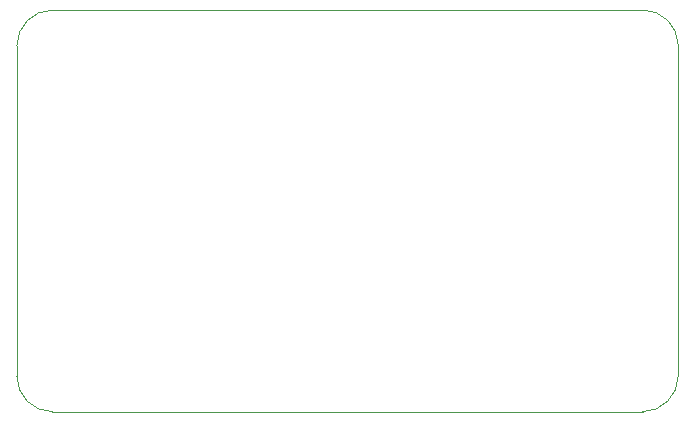
<source format=gm1>
%TF.GenerationSoftware,KiCad,Pcbnew,(5.1.4-0-10_14)*%
%TF.CreationDate,2021-01-25T16:41:12+01:00*%
%TF.ProjectId,DAUGHTER_ALLin,44415547-4854-4455-925f-414c4c696e2e,rev?*%
%TF.SameCoordinates,Original*%
%TF.FileFunction,Profile,NP*%
%FSLAX46Y46*%
G04 Gerber Fmt 4.6, Leading zero omitted, Abs format (unit mm)*
G04 Created by KiCad (PCBNEW (5.1.4-0-10_14)) date 2021-01-25 16:41:12*
%MOMM*%
%LPD*%
G04 APERTURE LIST*
%ADD10C,0.050000*%
G04 APERTURE END LIST*
D10*
X125883072Y-122878882D02*
X75898000Y-122881700D01*
X125893544Y-88878864D02*
X75898000Y-88881700D01*
X128893526Y-91868392D02*
X128883072Y-119878882D01*
X125883072Y-122878882D02*
G75*
G03X128883072Y-119878882I0J3000000D01*
G01*
X128893526Y-91868392D02*
G75*
G03X125893544Y-88878864I-2999982J-10472D01*
G01*
X75898000Y-88881700D02*
G75*
G03X72908472Y-91881682I10472J-2999982D01*
G01*
X72898000Y-119881700D02*
G75*
G03X75898000Y-122881700I3000000J0D01*
G01*
X72908472Y-91881682D02*
X72898000Y-119881700D01*
M02*

</source>
